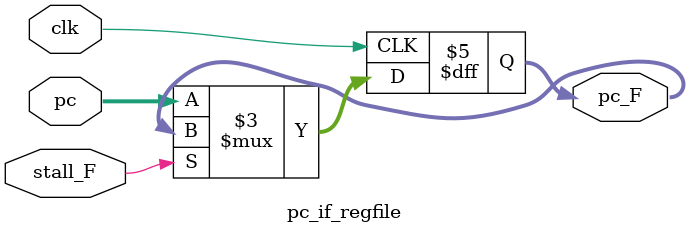
<source format=v>
module pc_if_regfile (input clk,
		      input stall_F,
		      input [31:0] pc,
		      output reg [31:0] pc_F);

    always @(posedge clk) begin
	    if (stall_F)
		    pc_F <= pc_F;
	    else
		    pc_F <= pc;
    end

endmodule


</source>
